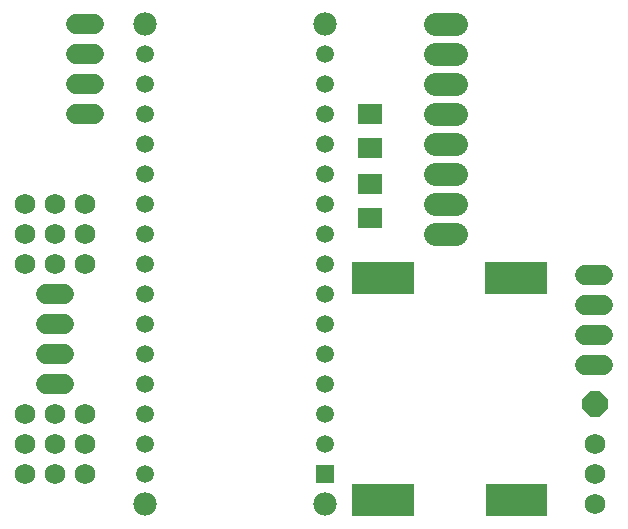
<source format=gts>
G75*
%MOIN*%
%OFA0B0*%
%FSLAX25Y25*%
%IPPOS*%
%LPD*%
%AMOC8*
5,1,8,0,0,1.08239X$1,22.5*
%
%ADD10OC8,0.08400*%
%ADD11C,0.07800*%
%ADD12R,0.05950X0.05950*%
%ADD13C,0.05950*%
%ADD14C,0.06800*%
%ADD15R,0.07898X0.07099*%
%ADD16C,0.06800*%
%ADD17R,0.10800X0.10800*%
%ADD18C,0.07800*%
D10*
X0202200Y0045700D03*
D11*
X0112200Y0012200D03*
X0052200Y0012200D03*
X0052200Y0172200D03*
X0112200Y0172200D03*
D12*
X0112200Y0022200D03*
D13*
X0112200Y0032200D03*
X0112200Y0042200D03*
X0112200Y0052200D03*
X0112200Y0062200D03*
X0112200Y0072200D03*
X0112200Y0082200D03*
X0112200Y0092200D03*
X0112200Y0102200D03*
X0112200Y0112200D03*
X0112200Y0122200D03*
X0112200Y0132200D03*
X0112200Y0142200D03*
X0112200Y0152200D03*
X0112200Y0162200D03*
X0052200Y0162200D03*
X0052200Y0152200D03*
X0052200Y0142200D03*
X0052200Y0132200D03*
X0052200Y0122200D03*
X0052200Y0112200D03*
X0052200Y0102200D03*
X0052200Y0092200D03*
X0052200Y0082200D03*
X0052200Y0072200D03*
X0052200Y0062200D03*
X0052200Y0052200D03*
X0052200Y0042200D03*
X0052200Y0032200D03*
X0052200Y0022200D03*
D14*
X0012200Y0022200D03*
X0012200Y0032200D03*
X0012200Y0042200D03*
X0022200Y0042200D03*
X0022200Y0032200D03*
X0022200Y0022200D03*
X0032200Y0022200D03*
X0032200Y0032200D03*
X0032200Y0042200D03*
X0032200Y0092200D03*
X0032200Y0102200D03*
X0032200Y0112200D03*
X0022200Y0112200D03*
X0022200Y0102200D03*
X0022200Y0092200D03*
X0012200Y0092200D03*
X0012200Y0102200D03*
X0012200Y0112200D03*
X0202200Y0032200D03*
X0202200Y0022200D03*
X0202200Y0012200D03*
D15*
X0127200Y0107602D03*
X0127200Y0118798D03*
X0127200Y0131102D03*
X0127200Y0142298D03*
D16*
X0198700Y0088700D02*
X0204700Y0088700D01*
X0204700Y0078700D02*
X0198700Y0078700D01*
X0198700Y0068700D02*
X0204700Y0068700D01*
X0204700Y0058700D02*
X0198700Y0058700D01*
X0035200Y0142200D02*
X0029200Y0142200D01*
X0029200Y0152200D02*
X0035200Y0152200D01*
X0035200Y0162200D02*
X0029200Y0162200D01*
X0029200Y0172200D02*
X0035200Y0172200D01*
X0025200Y0082200D02*
X0019200Y0082200D01*
X0019200Y0072200D02*
X0025200Y0072200D01*
X0025200Y0062200D02*
X0019200Y0062200D01*
X0019200Y0052200D02*
X0025200Y0052200D01*
D17*
X0126609Y0087476D03*
X0136609Y0087476D03*
X0170822Y0087476D03*
X0180861Y0087476D03*
X0180861Y0013539D03*
X0170984Y0013539D03*
X0136609Y0013539D03*
X0126609Y0013539D03*
D18*
X0148700Y0102200D02*
X0155700Y0102200D01*
X0155700Y0112200D02*
X0148700Y0112200D01*
X0148700Y0122200D02*
X0155700Y0122200D01*
X0155700Y0132200D02*
X0148700Y0132200D01*
X0148700Y0142200D02*
X0155700Y0142200D01*
X0155700Y0152200D02*
X0148700Y0152200D01*
X0148700Y0162200D02*
X0155700Y0162200D01*
X0155700Y0172200D02*
X0148700Y0172200D01*
M02*

</source>
